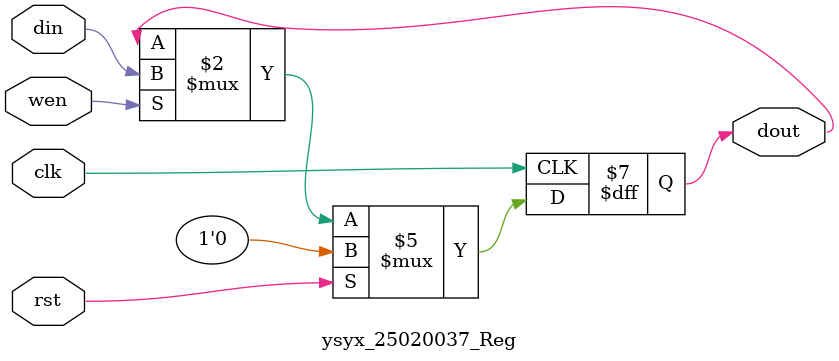
<source format=v>
module ysyx_25020037_Reg #(parameter WIDTH = 1, parameter RESET_VAL = 0) (
  input  wire             clk,
  input  wire             rst,
  input  wire [WIDTH-1:0] din,
  output reg  [WIDTH-1:0] dout,
  input  wire             wen
);

  always @(posedge clk) begin
    if (rst) dout <= RESET_VAL;
    else if (wen) dout <= din;
  end
  
endmodule

</source>
